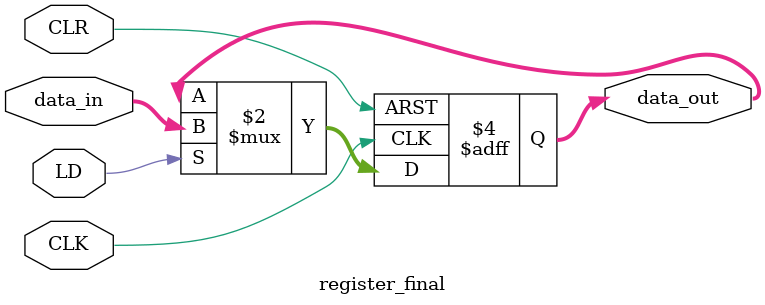
<source format=v>
`timescale 1ns / 1ps


// register to store output
module register_final(CLK, data_in, LD, CLR, data_out);

 input LD, CLR, CLK;
 input [31:0] data_in;
 output reg [31:0] data_out;
 
    always @(posedge CLR, posedge CLK)
    begin
         if (CLR)
            data_out <= 32'b0000000000000000_0000000000000000;
         else if(LD)
            data_out <= data_in;
    end

endmodule
</source>
